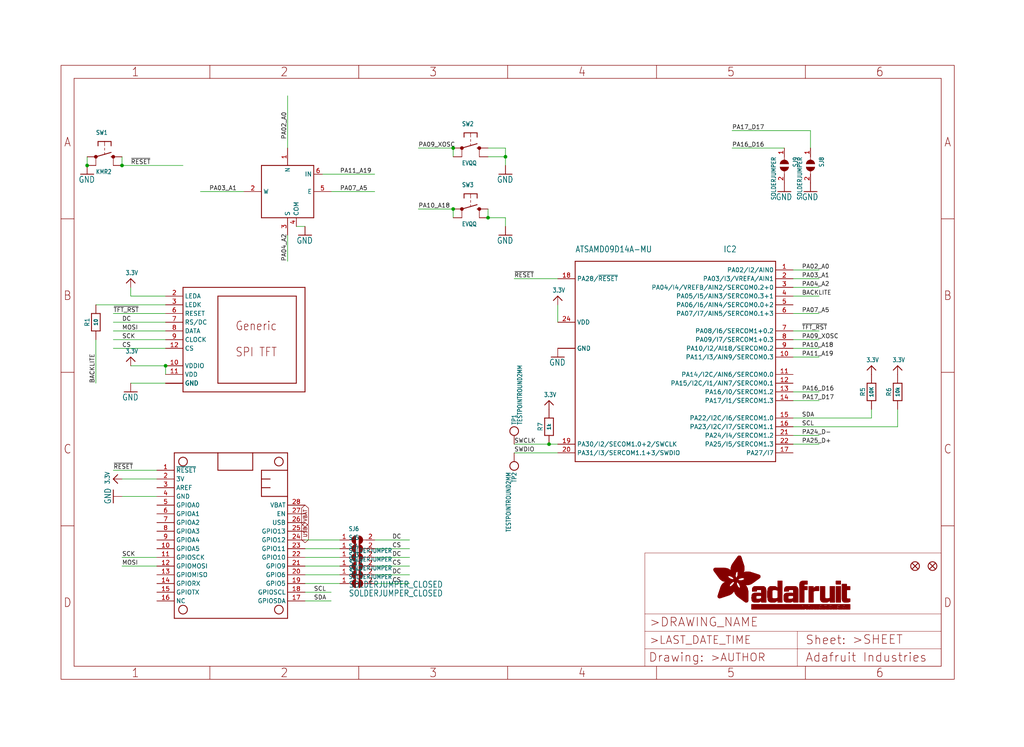
<source format=kicad_sch>
(kicad_sch (version 20211123) (generator eeschema)
  (paper "User" 298.45 217.881)
  (lib_symbols
    (symbol "eagleSchem-eagle-import:3.3V" (power)
      (property "Value" "3.3V" (at -1.524 1.016 0))
      (symbol "3.3V_1_0"
        (pin power_in line (at 0 -2.54 90) (length 2.54) (name "3.3V") (number "1"))
      )
    )
    (symbol "eagleSchem-eagle-import:ATSAMD09D14A-MU"
      (property "Reference" "IC" (at 12.7 33.02 0))
      (property "Value" "ATSAMD09D14A-MU" (at -30.48 33.02 0))
      (symbol "ATSAMD09D14A-MU_1_0"
        (pin bidirectional line (at 33.02 27.94 180) (length 5.08) (name "PA02/I2/AIN0") (number "1"))
        (pin bidirectional line (at 33.02 2.54 180) (length 5.08) (name "PA11/I3/AIN9/SERCOM0.3") (number "10"))
        (pin bidirectional line (at 33.02 -2.54 180) (length 5.08) (name "PA14/I2C/AIN6/SERCOM0.0") (number "11"))
        (pin bidirectional line (at 33.02 -5.08 180) (length 5.08) (name "PA15/I2C/I1/AIN7/SERCOM0.1") (number "12"))
        (pin bidirectional line (at 33.02 -7.62 180) (length 5.08) (name "PA16/I0/SERCOM1.2") (number "13"))
        (pin bidirectional line (at 33.02 -10.16 180) (length 5.08) (name "PA17/I1/SERCOM1.3") (number "14"))
        (pin bidirectional line (at 33.02 -15.24 180) (length 5.08) (name "PA22/I2C/I6/SERCOM1.0") (number "15"))
        (pin bidirectional line (at 33.02 -17.78 180) (length 5.08) (name "PA23/I2C/I7/SERCOM1.1") (number "16"))
        (pin bidirectional line (at 33.02 -25.4 180) (length 5.08) (name "PA27/I7") (number "17"))
        (pin bidirectional line (at -35.56 25.4 0) (length 5.08) (name "PA28/~{RESET}") (number "18"))
        (pin bidirectional line (at -35.56 -22.86 0) (length 5.08) (name "PA30/I2/SECOM1.0+2/SWCLK") (number "19"))
        (pin bidirectional line (at 33.02 25.4 180) (length 5.08) (name "PA03/I3/VREFA/AIN1") (number "2"))
        (pin bidirectional line (at -35.56 -25.4 0) (length 5.08) (name "PA31/I3/SERCOM1.1+3/SWDIO") (number "20"))
        (pin bidirectional line (at 33.02 -20.32 180) (length 5.08) (name "PA24/I4/SERCOM1.2") (number "21"))
        (pin bidirectional line (at 33.02 -22.86 180) (length 5.08) (name "PA25/I5/SERCOM1.3") (number "22"))
        (pin power_in line (at -35.56 5.08 0) (length 5.08) (name "GND") (number "23"))
        (pin power_in line (at -35.56 12.7 0) (length 5.08) (name "VDD") (number "24"))
        (pin bidirectional line (at 33.02 22.86 180) (length 5.08) (name "PA04/I4/VREFB/AIN2/SERCOM0.2+0") (number "3"))
        (pin bidirectional line (at 33.02 20.32 180) (length 5.08) (name "PA05/I5/AIN3/SERCOM0.3+1") (number "4"))
        (pin bidirectional line (at 33.02 17.78 180) (length 5.08) (name "PA06/I6/AIN4/SERCOM0.0+2") (number "5"))
        (pin bidirectional line (at 33.02 15.24 180) (length 5.08) (name "PA07/I7/AIN5/SERCOM0.1+3") (number "6"))
        (pin bidirectional line (at 33.02 10.16 180) (length 5.08) (name "PA08/I6/SERCOM1+0.2") (number "7"))
        (pin bidirectional line (at 33.02 7.62 180) (length 5.08) (name "PA09/I7/SERCOM1+0.3") (number "8"))
        (pin bidirectional line (at 33.02 5.08 180) (length 5.08) (name "PA10/I2/AI18/SERCOM0.2") (number "9"))
        (pin power_in line (at -35.56 5.08 0) (length 5.08) (name "GND") (number "THERM"))
      )
    )
    (symbol "eagleSchem-eagle-import:DISP_LCD_0.9IN_160X80"
      (symbol "DISP_LCD_0.9IN_160X80_1_0"
        (text "Generic" (at -7.62 2.54 0) (effects (font (size 2.54 2.159)) (justify left bottom)))
        (text "SPI TFT" (at -7.62 -5.08 0) (effects (font (size 2.54 2.159)) (justify left bottom)))
        (pin power_in line (at -27.94 -12.7 0) (length 5.08) (name "GND") (number "1"))
        (pin power_in line (at -27.94 -7.62 0) (length 5.08) (name "VDDIO") (number "10"))
        (pin power_in line (at -27.94 -10.16 0) (length 5.08) (name "VDD") (number "11"))
        (pin input line (at -27.94 -2.54 0) (length 5.08) (name "CS") (number "12"))
        (pin power_in line (at -27.94 -12.7 0) (length 5.08) (name "GND") (number "13"))
        (pin input line (at -27.94 12.7 0) (length 5.08) (name "LEDA") (number "2"))
        (pin input line (at -27.94 10.16 0) (length 5.08) (name "LEDK") (number "3"))
        (pin power_in line (at -27.94 -12.7 0) (length 5.08) (name "GND") (number "5"))
        (pin input line (at -27.94 7.62 0) (length 5.08) (name "RESET") (number "6"))
        (pin input line (at -27.94 5.08 0) (length 5.08) (name "RS/DC") (number "7"))
        (pin bidirectional line (at -27.94 2.54 0) (length 5.08) (name "DATA") (number "8"))
        (pin input line (at -27.94 0 0) (length 5.08) (name "CLOCK") (number "9"))
      )
    )
    (symbol "eagleSchem-eagle-import:FEATHERWING"
      (symbol "FEATHERWING_1_0"
        (pin input line (at 5.08 -5.08 90) (length 5.08) (name "~{RESET}") (number "1"))
        (pin bidirectional line (at 27.94 -5.08 90) (length 5.08) (name "GPIOA5") (number "10"))
        (pin bidirectional line (at 30.48 -5.08 90) (length 5.08) (name "GPIOSCK") (number "11"))
        (pin bidirectional line (at 33.02 -5.08 90) (length 5.08) (name "GPIOMOSI") (number "12"))
        (pin bidirectional line (at 35.56 -5.08 90) (length 5.08) (name "GPIOMISO") (number "13"))
        (pin bidirectional line (at 38.1 -5.08 90) (length 5.08) (name "GPIORX") (number "14"))
        (pin bidirectional line (at 40.64 -5.08 90) (length 5.08) (name "GPIOTX") (number "15"))
        (pin passive line (at 43.18 -5.08 90) (length 5.08) (name "NC") (number "16"))
        (pin bidirectional line (at 43.18 38.1 270) (length 5.08) (name "GPIOSDA") (number "17"))
        (pin bidirectional line (at 40.64 38.1 270) (length 5.08) (name "GPIOSCL") (number "18"))
        (pin bidirectional line (at 38.1 38.1 270) (length 5.08) (name "GPIO5") (number "19"))
        (pin power_in line (at 7.62 -5.08 90) (length 5.08) (name "3V") (number "2"))
        (pin bidirectional line (at 35.56 38.1 270) (length 5.08) (name "GPIO6") (number "20"))
        (pin bidirectional line (at 33.02 38.1 270) (length 5.08) (name "GPIO9") (number "21"))
        (pin bidirectional line (at 30.48 38.1 270) (length 5.08) (name "GPIO10") (number "22"))
        (pin bidirectional line (at 27.94 38.1 270) (length 5.08) (name "GPIO11") (number "23"))
        (pin bidirectional line (at 25.4 38.1 270) (length 5.08) (name "GPIO12") (number "24"))
        (pin bidirectional line (at 22.86 38.1 270) (length 5.08) (name "GPIO13") (number "25"))
        (pin power_in line (at 20.32 38.1 270) (length 5.08) (name "USB") (number "26"))
        (pin passive line (at 17.78 38.1 270) (length 5.08) (name "EN") (number "27"))
        (pin power_in line (at 15.24 38.1 270) (length 5.08) (name "VBAT") (number "28"))
        (pin passive line (at 10.16 -5.08 90) (length 5.08) (name "AREF") (number "3"))
        (pin power_in line (at 12.7 -5.08 90) (length 5.08) (name "GND") (number "4"))
        (pin bidirectional line (at 15.24 -5.08 90) (length 5.08) (name "GPIOA0") (number "5"))
        (pin bidirectional line (at 17.78 -5.08 90) (length 5.08) (name "GPIOA1") (number "6"))
        (pin bidirectional line (at 20.32 -5.08 90) (length 5.08) (name "GPIOA2") (number "7"))
        (pin bidirectional line (at 22.86 -5.08 90) (length 5.08) (name "GPIOA3") (number "8"))
        (pin bidirectional line (at 25.4 -5.08 90) (length 5.08) (name "GPIOA4") (number "9"))
      )
    )
    (symbol "eagleSchem-eagle-import:FIDUCIAL_1MM")
    (symbol "eagleSchem-eagle-import:FRAME_A4_ADAFRUIT"
      (symbol "FRAME_A4_ADAFRUIT_1_0"
        (text "1" (at 21.6958 1.905 0) (effects (font (size 2.54 2.286))))
        (text "1" (at 21.6958 177.165 0) (effects (font (size 2.54 2.286))))
        (text "2" (at 65.0875 1.905 0) (effects (font (size 2.54 2.286))))
        (text "2" (at 65.0875 177.165 0) (effects (font (size 2.54 2.286))))
        (text "3" (at 108.4792 1.905 0) (effects (font (size 2.54 2.286))))
        (text "3" (at 108.4792 177.165 0) (effects (font (size 2.54 2.286))))
        (text "4" (at 151.8708 1.905 0) (effects (font (size 2.54 2.286))))
        (text "4" (at 151.8708 177.165 0) (effects (font (size 2.54 2.286))))
        (text "5" (at 195.2625 1.905 0) (effects (font (size 2.54 2.286))))
        (text "5" (at 195.2625 177.165 0) (effects (font (size 2.54 2.286))))
        (text "6" (at 238.6542 1.905 0) (effects (font (size 2.54 2.286))))
        (text "6" (at 238.6542 177.165 0) (effects (font (size 2.54 2.286))))
        (text ">AUTHOR" (at 189.23 5.08 0) (effects (font (size 2.286 2.286)) (justify left bottom)))
        (text ">DRAWING_NAME" (at 171.45 15.24 0) (effects (font (size 2.54 2.54)) (justify left bottom)))
        (text ">LAST_DATE_TIME" (at 171.45 10.16 0) (effects (font (size 2.286 2.286)) (justify left bottom)))
        (text ">SHEET" (at 230.505 10.16 0) (effects (font (size 2.54 2.54)) (justify left bottom)))
        (text "A" (at 1.905 156.6863 0) (effects (font (size 2.54 2.286))))
        (text "A" (at 258.445 156.6863 0) (effects (font (size 2.54 2.286))))
        (text "Adafruit Industries" (at 216.916 4.953 0) (effects (font (size 2.54 2.54)) (justify left bottom)))
        (text "B" (at 1.905 111.9188 0) (effects (font (size 2.54 2.286))))
        (text "B" (at 258.445 111.9188 0) (effects (font (size 2.54 2.286))))
        (text "C" (at 1.905 67.1513 0) (effects (font (size 2.54 2.286))))
        (text "C" (at 258.445 67.1513 0) (effects (font (size 2.54 2.286))))
        (text "D" (at 1.905 22.3838 0) (effects (font (size 2.54 2.286))))
        (text "D" (at 258.445 22.3838 0) (effects (font (size 2.54 2.286))))
        (text "Drawing:" (at 171.196 4.953 0) (effects (font (size 2.54 2.54)) (justify left bottom)))
        (text "Sheet:" (at 216.916 10.033 0) (effects (font (size 2.54 2.54)) (justify left bottom)))
      )
    )
    (symbol "eagleSchem-eagle-import:GND" (power)
      (property "Value" "GND" (at -2.54 -2.54 0))
      (symbol "GND_1_0"
        (pin power_in line (at 0 2.54 270) (length 2.54) (name "GND") (number "1"))
      )
    )
    (symbol "eagleSchem-eagle-import:NAVSWITCHSKQUABAUE010"
      (symbol "NAVSWITCHSKQUABAUE010_1_0"
        (pin bidirectional line (at 0 12.7 270) (length 5.08) (name "N") (number "1"))
        (pin bidirectional line (at -12.7 0 0) (length 5.08) (name "W") (number "2"))
        (pin bidirectional line (at 0 -12.7 90) (length 5.08) (name "S") (number "3"))
        (pin bidirectional line (at 2.54 -10.16 90) (length 2.54) (name "COM") (number "4"))
        (pin bidirectional line (at 12.7 0 180) (length 5.08) (name "E") (number "5"))
        (pin bidirectional line (at 10.16 5.08 180) (length 2.54) (name "IN") (number "6"))
      )
    )
    (symbol "eagleSchem-eagle-import:RESISTOR_0603_NOOUT"
      (property "Reference" "R" (at 0 2.54 0))
      (property "Value" "RESISTOR_0603_NOOUT" (at 0 0 0))
      (symbol "RESISTOR_0603_NOOUT_1_0"
        (pin passive line (at -5.08 0 0) (length 2.54) (name "1") (number "1"))
        (pin passive line (at 5.08 0 180) (length 2.54) (name "2") (number "2"))
      )
    )
    (symbol "eagleSchem-eagle-import:SOLDERJUMPER"
      (property "Reference" "SJ" (at -2.54 2.54 0))
      (property "Value" "SOLDERJUMPER" (at -2.54 -3.81 0))
      (symbol "SOLDERJUMPER_1_0"
        (pin passive line (at -5.08 0 0) (length 2.54) (name "1") (number "1"))
        (pin passive line (at 5.08 0 180) (length 2.54) (name "2") (number "2"))
      )
    )
    (symbol "eagleSchem-eagle-import:SOLDERJUMPER_CLOSED"
      (property "Reference" "SJ" (at -2.54 2.54 0))
      (property "Value" "SOLDERJUMPER_CLOSED" (at -2.54 -3.81 0))
      (symbol "SOLDERJUMPER_CLOSED_1_0"
        (pin passive line (at -5.08 0 0) (length 2.54) (name "1") (number "1"))
        (pin passive line (at 5.08 0 180) (length 2.54) (name "2") (number "2"))
      )
    )
    (symbol "eagleSchem-eagle-import:SWITCH_TACT_SMT4.6X2.8"
      (property "Reference" "SW" (at -2.54 6.35 0))
      (property "Value" "SWITCH_TACT_SMT4.6X2.8" (at -2.54 -5.08 0))
      (symbol "SWITCH_TACT_SMT4.6X2.8_1_0"
        (pin passive line (at -5.08 0 0) (length 2.54) (name "P") (number "A"))
        (pin passive line (at -5.08 -2.54 0) (length 2.54) (name "P1") (number "A'"))
        (pin passive line (at 5.08 0 180) (length 2.54) (name "S") (number "B"))
        (pin passive line (at 5.08 -2.54 180) (length 2.54) (name "S1") (number "B'"))
      )
    )
    (symbol "eagleSchem-eagle-import:SWITCH_TACT_SMT_EVQQ2_SMALL"
      (property "Reference" "SW" (at -2.54 6.35 0))
      (property "Value" "SWITCH_TACT_SMT_EVQQ2_SMALL" (at -2.54 -5.08 0))
      (symbol "SWITCH_TACT_SMT_EVQQ2_SMALL_1_0"
        (pin passive line (at -5.08 0 0) (length 2.54) (name "P") (number "A"))
        (pin passive line (at -5.08 -2.54 0) (length 2.54) (name "P1") (number "A'"))
        (pin passive line (at 5.08 0 180) (length 2.54) (name "S") (number "B"))
        (pin passive line (at 5.08 -2.54 180) (length 2.54) (name "S1") (number "B'"))
      )
    )
    (symbol "eagleSchem-eagle-import:TESTPOINTROUND2MM"
      (property "Reference" "TP" (at 0 5.588 90))
      (property "Value" "TESTPOINTROUND2MM" (at 1.651 5.588 90))
      (symbol "TESTPOINTROUND2MM_1_0"
        (pin bidirectional line (at 0 0 90) (length 2.54) (name "P$1") (number "P$1"))
      )
    )
  )
  (junction (at 132.08 60.96))
  (junction (at 160.02 129.54))
  (junction (at 147.32 45.72))
  (junction (at 142.24 63.5))
  (junction (at 48.26 106.68))
  (junction (at 132.08 43.18))
  (junction (at 25.4 48.26))
  (junction (at 35.56 48.26))
  (wire (pts (xy 25.4 45.72) (xy 25.4 48.26)))
  (wire (pts (xy 132.08 43.18) (xy 132.08 45.72)))
  (wire (pts (xy 238.76 91.44) (xy 231.14 91.44)))
  (wire (pts (xy 83.82 27.94) (xy 83.82 43.18)))
  (wire (pts (xy 99.06 167.64) (xy 88.9 167.64)))
  (wire (pts (xy 238.76 81.28) (xy 231.14 81.28)))
  (wire (pts (xy 88.9 175.26) (xy 96.52 175.26)))
  (wire (pts (xy 38.1 86.36) (xy 38.1 83.82)))
  (wire (pts (xy 213.36 43.18) (xy 228.6 43.18)))
  (wire (pts (xy 231.14 121.92) (xy 254 121.92)))
  (wire (pts (xy 35.56 139.7) (xy 45.72 139.7)))
  (wire (pts (xy 35.56 45.72) (xy 35.56 48.26)))
  (wire (pts (xy 88.9 66.04) (xy 86.36 66.04)))
  (wire (pts (xy 109.22 157.48) (xy 119.38 157.48)))
  (wire (pts (xy 254 119.38) (xy 254 121.92)))
  (wire (pts (xy 38.1 106.68) (xy 48.26 106.68)))
  (wire (pts (xy 147.32 45.72) (xy 147.32 48.26)))
  (wire (pts (xy 147.32 43.18) (xy 147.32 45.72)))
  (wire (pts (xy 261.62 124.46) (xy 261.62 119.38)))
  (wire (pts (xy 238.76 104.14) (xy 231.14 104.14)))
  (wire (pts (xy 99.06 157.48) (xy 88.9 157.48)))
  (wire (pts (xy 88.9 170.18) (xy 99.06 170.18)))
  (wire (pts (xy 162.56 88.9) (xy 162.56 93.98)))
  (wire (pts (xy 121.92 60.96) (xy 132.08 60.96)))
  (wire (pts (xy 238.76 86.36) (xy 231.14 86.36)))
  (wire (pts (xy 119.38 160.02) (xy 109.22 160.02)))
  (wire (pts (xy 38.1 111.76) (xy 48.26 111.76)))
  (wire (pts (xy 147.32 63.5) (xy 147.32 66.04)))
  (wire (pts (xy 231.14 101.6) (xy 238.76 101.6)))
  (wire (pts (xy 142.24 43.18) (xy 147.32 43.18)))
  (wire (pts (xy 236.22 38.1) (xy 236.22 43.18)))
  (wire (pts (xy 96.52 172.72) (xy 88.9 172.72)))
  (wire (pts (xy 162.56 132.08) (xy 149.86 132.08)))
  (wire (pts (xy 142.24 45.72) (xy 147.32 45.72)))
  (wire (pts (xy 83.82 68.58) (xy 83.82 76.2)))
  (wire (pts (xy 142.24 63.5) (xy 147.32 63.5)))
  (wire (pts (xy 35.56 48.26) (xy 53.34 48.26)))
  (wire (pts (xy 99.06 165.1) (xy 88.9 165.1)))
  (wire (pts (xy 48.26 91.44) (xy 33.02 91.44)))
  (wire (pts (xy 96.52 55.88) (xy 109.22 55.88)))
  (wire (pts (xy 119.38 167.64) (xy 109.22 167.64)))
  (wire (pts (xy 33.02 96.52) (xy 48.26 96.52)))
  (wire (pts (xy 48.26 86.36) (xy 38.1 86.36)))
  (wire (pts (xy 109.22 162.56) (xy 119.38 162.56)))
  (wire (pts (xy 132.08 60.96) (xy 132.08 63.5)))
  (wire (pts (xy 45.72 162.56) (xy 35.56 162.56)))
  (wire (pts (xy 109.22 170.18) (xy 119.38 170.18)))
  (wire (pts (xy 99.06 162.56) (xy 88.9 162.56)))
  (wire (pts (xy 238.76 99.06) (xy 231.14 99.06)))
  (wire (pts (xy 231.14 127) (xy 238.76 127)))
  (wire (pts (xy 149.86 129.54) (xy 160.02 129.54)))
  (wire (pts (xy 48.26 93.98) (xy 33.02 93.98)))
  (wire (pts (xy 71.12 55.88) (xy 58.42 55.88)))
  (wire (pts (xy 231.14 78.74) (xy 238.76 78.74)))
  (wire (pts (xy 231.14 96.52) (xy 238.76 96.52)))
  (wire (pts (xy 238.76 129.54) (xy 231.14 129.54)))
  (wire (pts (xy 231.14 114.3) (xy 238.76 114.3)))
  (wire (pts (xy 160.02 129.54) (xy 162.56 129.54)))
  (wire (pts (xy 93.98 50.8) (xy 109.22 50.8)))
  (wire (pts (xy 48.26 99.06) (xy 33.02 99.06)))
  (wire (pts (xy 231.14 83.82) (xy 238.76 83.82)))
  (wire (pts (xy 48.26 88.9) (xy 27.94 88.9)))
  (wire (pts (xy 33.02 137.16) (xy 45.72 137.16)))
  (wire (pts (xy 119.38 165.1) (xy 109.22 165.1)))
  (wire (pts (xy 238.76 116.84) (xy 231.14 116.84)))
  (wire (pts (xy 231.14 124.46) (xy 261.62 124.46)))
  (wire (pts (xy 33.02 101.6) (xy 48.26 101.6)))
  (wire (pts (xy 162.56 81.28) (xy 149.86 81.28)))
  (wire (pts (xy 99.06 160.02) (xy 88.9 160.02)))
  (wire (pts (xy 213.36 38.1) (xy 236.22 38.1)))
  (wire (pts (xy 48.26 109.22) (xy 48.26 106.68)))
  (wire (pts (xy 132.08 43.18) (xy 121.92 43.18)))
  (wire (pts (xy 27.94 99.06) (xy 27.94 111.76)))
  (wire (pts (xy 142.24 60.96) (xy 142.24 63.5)))
  (wire (pts (xy 35.56 165.1) (xy 45.72 165.1)))
  (wire (pts (xy 35.56 144.78) (xy 45.72 144.78)))
  (label "SCL" (at 91.44 172.72 0) (effects (font (size 1.2446 1.2446))))
  (label "SWCLK" (at 149.86 129.54 0) (effects (font (size 1.2446 1.2446))))
  (label "SDA" (at 233.68 121.92 0) (effects (font (size 1.2446 1.2446))))
  (label "MOSI" (at 35.56 96.52 0) (effects (font (size 1.2446 1.2446))))
  (label "PA04_A2" (at 83.82 76.2 90) (effects (font (size 1.2446 1.2446))))
  (label "CS" (at 114.3 160.02 0) (effects (font (size 1.2446 1.2446))))
  (label "CS" (at 114.3 170.18 0) (effects (font (size 1.2446 1.2446))))
  (label "PA02_A0" (at 233.68 78.74 0) (effects (font (size 1.2446 1.2446))))
  (label "PA07_A5" (at 233.68 91.44 0) (effects (font (size 1.2446 1.2446))))
  (label "SWDIO" (at 149.86 132.08 0) (effects (font (size 1.2446 1.2446))))
  (label "PA10_A18" (at 233.68 101.6 0) (effects (font (size 1.2446 1.2446))))
  (label "PA16_D16" (at 233.68 114.3 0) (effects (font (size 1.2446 1.2446))))
  (label "~{RESET}" (at 33.02 137.16 0) (effects (font (size 1.2446 1.2446))))
  (label "PA07_A5" (at 99.06 55.88 0) (effects (font (size 1.2446 1.2446))))
  (label "~{RESET}" (at 149.86 81.28 0) (effects (font (size 1.2446 1.2446))))
  (label "DC" (at 114.3 167.64 0) (effects (font (size 1.2446 1.2446))))
  (label "PA11_A19" (at 99.06 50.8 0) (effects (font (size 1.2446 1.2446))))
  (label "PA16_D16" (at 213.36 43.18 0) (effects (font (size 1.2446 1.2446))))
  (label "MOSI" (at 35.56 165.1 0) (effects (font (size 1.2446 1.2446))))
  (label "PA03_A1" (at 233.68 81.28 0) (effects (font (size 1.2446 1.2446))))
  (label "PA03_A1" (at 60.96 55.88 0) (effects (font (size 1.2446 1.2446))))
  (label "PA02_A0" (at 83.82 40.64 90) (effects (font (size 1.2446 1.2446))))
  (label "SCK" (at 35.56 162.56 0) (effects (font (size 1.2446 1.2446))))
  (label "SCL" (at 233.68 124.46 0) (effects (font (size 1.2446 1.2446))))
  (label "PA17_D17" (at 233.68 116.84 0) (effects (font (size 1.2446 1.2446))))
  (label "~{TFT_RST}" (at 233.68 96.52 0) (effects (font (size 1.2446 1.2446))))
  (label "PA17_D17" (at 213.36 38.1 0) (effects (font (size 1.2446 1.2446))))
  (label "PA24_D-" (at 233.68 127 0) (effects (font (size 1.2446 1.2446))))
  (label "BACKLITE" (at 233.68 86.36 0) (effects (font (size 1.2446 1.2446))))
  (label "~{RESET}" (at 38.1 48.26 0) (effects (font (size 1.2446 1.2446))))
  (label "PA10_A18" (at 121.92 60.96 0) (effects (font (size 1.2446 1.2446))))
  (label "PA09_XOSC" (at 233.68 99.06 0) (effects (font (size 1.2446 1.2446))))
  (label "PA09_XOSC" (at 121.92 43.18 0) (effects (font (size 1.2446 1.2446))))
  (label "PA25_D+" (at 233.68 129.54 0) (effects (font (size 1.2446 1.2446))))
  (label "SDA" (at 91.44 175.26 0) (effects (font (size 1.2446 1.2446))))
  (label "CS" (at 114.3 165.1 0) (effects (font (size 1.2446 1.2446))))
  (label "DC" (at 114.3 162.56 0) (effects (font (size 1.2446 1.2446))))
  (label "DC" (at 35.56 93.98 0) (effects (font (size 1.2446 1.2446))))
  (label "PA04_A2" (at 233.68 83.82 0) (effects (font (size 1.2446 1.2446))))
  (label "PA11_A19" (at 233.68 104.14 0) (effects (font (size 1.2446 1.2446))))
  (label "SCK" (at 35.56 99.06 0) (effects (font (size 1.2446 1.2446))))
  (label "BACKLITE" (at 27.94 111.76 90) (effects (font (size 1.2446 1.2446))))
  (label "DC" (at 114.3 157.48 0) (effects (font (size 1.2446 1.2446))))
  (label "CS" (at 35.56 101.6 0) (effects (font (size 1.2446 1.2446))))
  (label "~{TFT_RST}" (at 33.02 91.44 0) (effects (font (size 1.2446 1.2446))))
  (global_label "USB" (shape bidirectional) (at 88.9 152.4 270) (effects (font (size 1.016 1.016))) (property "Intersheet References" "${INTERSHEET_REFS}" (effects hide)))
  (global_label "VBAT" (shape bidirectional) (at 88.9 147.32 270) (effects (font (size 1.016 1.016))) (property "Intersheet References" "${INTERSHEET_REFS}" (effects hide)))
  (symbol (lib_id "eagleSchem-eagle-import:SOLDERJUMPER_CLOSED") (at 104.14 170.18 0) (unit 1)
    (property "Reference" "SJ1" (at 101.6 167.64 0) (effects (font (size 1.778 1.5113)) (justify left bottom)))
    (property "Value" "SOLDERJUMPER_CLOSED" (at 101.6 173.99 0) (effects (font (size 1.778 1.5113)) (justify left bottom)))
    (property "Footprint" "eagleSchem:SOLDERJUMPER_CLOSEDWIRE" (effects hide))
  )
  (symbol (lib_id "eagleSchem-eagle-import:FIDUCIAL_1MM") (at 266.7 165.1 0) (unit 1)
    (property "Reference" "FID2" (effects hide))
    (property "Value" "FIDUCIAL_1MM" (effects hide))
    (property "Footprint" "eagleSchem:FIDUCIAL_1MM" (effects hide))
  )
  (symbol (lib_id "eagleSchem-eagle-import:SOLDERJUMPER") (at 236.22 48.26 270) (unit 1)
    (property "Reference" "SJ8" (at 238.76 45.72 0) (effects (font (size 1.27 1.0795)) (justify left bottom)))
    (property "Value" "SOLDERJUMPER" (at 232.41 45.72 0) (effects (font (size 1.27 1.0795)) (justify left bottom)))
    (property "Footprint" "eagleSchem:SOLDERJUMPER_ARROW_NOPASTE" (effects hide))
  )
  (symbol (lib_id "eagleSchem-eagle-import:FEATHERWING") (at 50.8 132.08 270) (unit 1)
    (property "Reference" "MS1" (effects hide))
    (property "Value" "FEATHERWING" (effects hide))
    (property "Footprint" "eagleSchem:FEATHERWING" (effects hide))
  )
  (symbol (lib_id "eagleSchem-eagle-import:SOLDERJUMPER") (at 104.14 160.02 0) (unit 1)
    (property "Reference" "SJ5" (at 101.6 157.48 0) (effects (font (size 1.27 1.0795)) (justify left bottom)))
    (property "Value" "SOLDERJUMPER" (at 101.6 163.83 0) (effects (font (size 1.27 1.0795)) (justify left bottom)))
    (property "Footprint" "eagleSchem:SOLDERJUMPER_ARROW_NOPASTE" (effects hide))
  )
  (symbol (lib_id "eagleSchem-eagle-import:TESTPOINTROUND2MM") (at 149.86 132.08 180) (unit 1)
    (property "Reference" "TP2" (at 149.86 137.668 90) (effects (font (size 1.27 1.0795)) (justify left)))
    (property "Value" "TESTPOINTROUND2MM" (at 148.209 137.668 90) (effects (font (size 1.27 1.0795)) (justify left)))
    (property "Footprint" "eagleSchem:TESTPOINT_ROUND_2MM" (effects hide))
  )
  (symbol (lib_id "eagleSchem-eagle-import:GND") (at 33.02 144.78 270) (unit 1)
    (property "Reference" "#U$7" (effects hide))
    (property "Value" "GND" (at 30.48 142.24 0) (effects (font (size 1.778 1.5113)) (justify left bottom)))
    (property "Footprint" "eagleSchem:" (effects hide))
  )
  (symbol (lib_id "eagleSchem-eagle-import:3.3V") (at 261.62 106.68 0) (unit 1)
    (property "Reference" "#U$23" (effects hide))
    (property "Value" "3.3V" (at 260.096 105.664 0) (effects (font (size 1.27 1.0795)) (justify left bottom)))
    (property "Footprint" "eagleSchem:" (effects hide))
  )
  (symbol (lib_id "eagleSchem-eagle-import:FIDUCIAL_1MM") (at 271.78 165.1 0) (unit 1)
    (property "Reference" "FID1" (effects hide))
    (property "Value" "FIDUCIAL_1MM" (effects hide))
    (property "Footprint" "eagleSchem:FIDUCIAL_1MM" (effects hide))
  )
  (symbol (lib_id "eagleSchem-eagle-import:3.3V") (at 33.02 139.7 90) (unit 1)
    (property "Reference" "#U$6" (effects hide))
    (property "Value" "3.3V" (at 32.004 141.224 0) (effects (font (size 1.27 1.0795)) (justify left bottom)))
    (property "Footprint" "eagleSchem:" (effects hide))
  )
  (symbol (lib_id "eagleSchem-eagle-import:GND") (at 162.56 104.14 0) (unit 1)
    (property "Reference" "#GND3" (effects hide))
    (property "Value" "GND" (at 160.02 106.68 0) (effects (font (size 1.778 1.5113)) (justify left bottom)))
    (property "Footprint" "eagleSchem:" (effects hide))
  )
  (symbol (lib_id "eagleSchem-eagle-import:GND") (at 147.32 68.58 0) (unit 1)
    (property "Reference" "#U$3" (effects hide))
    (property "Value" "GND" (at 144.78 71.12 0) (effects (font (size 1.778 1.5113)) (justify left bottom)))
    (property "Footprint" "eagleSchem:" (effects hide))
  )
  (symbol (lib_id "eagleSchem-eagle-import:3.3V") (at 160.02 116.84 0) (unit 1)
    (property "Reference" "#U$21" (effects hide))
    (property "Value" "3.3V" (at 158.496 115.824 0) (effects (font (size 1.27 1.0795)) (justify left bottom)))
    (property "Footprint" "eagleSchem:" (effects hide))
  )
  (symbol (lib_id "eagleSchem-eagle-import:3.3V") (at 38.1 104.14 0) (unit 1)
    (property "Reference" "#U$13" (effects hide))
    (property "Value" "3.3V" (at 36.576 103.124 0) (effects (font (size 1.27 1.0795)) (justify left bottom)))
    (property "Footprint" "eagleSchem:" (effects hide))
  )
  (symbol (lib_id "eagleSchem-eagle-import:GND") (at 88.9 68.58 0) (unit 1)
    (property "Reference" "#U$11" (effects hide))
    (property "Value" "GND" (at 86.36 71.12 0) (effects (font (size 1.778 1.5113)) (justify left bottom)))
    (property "Footprint" "eagleSchem:" (effects hide))
  )
  (symbol (lib_id "eagleSchem-eagle-import:GND") (at 38.1 114.3 0) (unit 1)
    (property "Reference" "#U$5" (effects hide))
    (property "Value" "GND" (at 35.56 116.84 0) (effects (font (size 1.778 1.5113)) (justify left bottom)))
    (property "Footprint" "eagleSchem:" (effects hide))
  )
  (symbol (lib_id "eagleSchem-eagle-import:TESTPOINTROUND2MM") (at 149.86 129.54 0) (unit 1)
    (property "Reference" "TP1" (at 149.86 123.952 90) (effects (font (size 1.27 1.0795)) (justify left)))
    (property "Value" "TESTPOINTROUND2MM" (at 151.511 123.952 90) (effects (font (size 1.27 1.0795)) (justify left)))
    (property "Footprint" "eagleSchem:TESTPOINT_ROUND_2MM" (effects hide))
  )
  (symbol (lib_id "eagleSchem-eagle-import:SWITCH_TACT_SMT_EVQQ2_SMALL") (at 137.16 60.96 0) (unit 1)
    (property "Reference" "SW3" (at 134.62 54.61 0) (effects (font (size 1.27 1.0795)) (justify left bottom)))
    (property "Value" "EVQQ" (at 134.62 66.04 0) (effects (font (size 1.27 1.0795)) (justify left bottom)))
    (property "Footprint" "eagleSchem:EVQ-Q2_SMALLER" (effects hide))
  )
  (symbol (lib_id "eagleSchem-eagle-import:RESISTOR_0603_NOOUT") (at 160.02 124.46 90) (unit 1)
    (property "Reference" "R7" (at 157.48 124.46 0))
    (property "Value" "1k" (at 160.02 124.46 0) (effects (font (size 1.016 1.016) bold)))
    (property "Footprint" "eagleSchem:0603-NO" (effects hide))
  )
  (symbol (lib_id "eagleSchem-eagle-import:ATSAMD09D14A-MU") (at 198.12 106.68 0) (unit 1)
    (property "Reference" "IC2" (at 210.82 73.66 0) (effects (font (size 1.778 1.5113)) (justify left bottom)))
    (property "Value" "ATSAMD09D14A-MU" (at 167.64 73.66 0) (effects (font (size 1.778 1.5113)) (justify left bottom)))
    (property "Footprint" "eagleSchem:QFN24_4MM" (effects hide))
  )
  (symbol (lib_id "eagleSchem-eagle-import:SOLDERJUMPER") (at 228.6 48.26 270) (unit 1)
    (property "Reference" "SJ9" (at 231.14 45.72 0) (effects (font (size 1.27 1.0795)) (justify left bottom)))
    (property "Value" "SOLDERJUMPER" (at 224.79 45.72 0) (effects (font (size 1.27 1.0795)) (justify left bottom)))
    (property "Footprint" "eagleSchem:SOLDERJUMPER_ARROW_NOPASTE" (effects hide))
  )
  (symbol (lib_id "eagleSchem-eagle-import:DISP_LCD_0.9IN_160X80") (at 76.2 99.06 0) (unit 1)
    (property "Reference" "U$2" (effects hide))
    (property "Value" "DISP_LCD_0.9IN_160X80" (effects hide))
    (property "Footprint" "eagleSchem:TFT_0.96IN_160X80" (effects hide))
  )
  (symbol (lib_id "eagleSchem-eagle-import:SOLDERJUMPER") (at 104.14 165.1 0) (unit 1)
    (property "Reference" "SJ3" (at 101.6 162.56 0) (effects (font (size 1.27 1.0795)) (justify left bottom)))
    (property "Value" "SOLDERJUMPER" (at 101.6 168.91 0) (effects (font (size 1.27 1.0795)) (justify left bottom)))
    (property "Footprint" "eagleSchem:SOLDERJUMPER_ARROW_NOPASTE" (effects hide))
  )
  (symbol (lib_id "eagleSchem-eagle-import:RESISTOR_0603_NOOUT") (at 261.62 114.3 90) (unit 1)
    (property "Reference" "R6" (at 259.08 114.3 0))
    (property "Value" "10k" (at 261.62 114.3 0) (effects (font (size 1.016 1.016) bold)))
    (property "Footprint" "eagleSchem:0603-NO" (effects hide))
  )
  (symbol (lib_id "eagleSchem-eagle-import:GND") (at 228.6 55.88 0) (unit 1)
    (property "Reference" "#GND5" (effects hide))
    (property "Value" "GND" (at 226.06 58.42 0) (effects (font (size 1.778 1.5113)) (justify left bottom)))
    (property "Footprint" "eagleSchem:" (effects hide))
  )
  (symbol (lib_id "eagleSchem-eagle-import:RESISTOR_0603_NOOUT") (at 254 114.3 90) (unit 1)
    (property "Reference" "R5" (at 251.46 114.3 0))
    (property "Value" "10K" (at 254 114.3 0) (effects (font (size 1.016 1.016) bold)))
    (property "Footprint" "eagleSchem:0603-NO" (effects hide))
  )
  (symbol (lib_id "eagleSchem-eagle-import:SOLDERJUMPER_CLOSED") (at 104.14 167.64 0) (unit 1)
    (property "Reference" "SJ2" (at 101.6 165.1 0) (effects (font (size 1.778 1.5113)) (justify left bottom)))
    (property "Value" "SOLDERJUMPER_CLOSED" (at 101.6 171.45 0) (effects (font (size 1.778 1.5113)) (justify left bottom)))
    (property "Footprint" "eagleSchem:SOLDERJUMPER_CLOSEDWIRE" (effects hide))
  )
  (symbol (lib_id "eagleSchem-eagle-import:GND") (at 236.22 55.88 0) (unit 1)
    (property "Reference" "#GND6" (effects hide))
    (property "Value" "GND" (at 233.68 58.42 0) (effects (font (size 1.778 1.5113)) (justify left bottom)))
    (property "Footprint" "eagleSchem:" (effects hide))
  )
  (symbol (lib_id "eagleSchem-eagle-import:RESISTOR_0603_NOOUT") (at 27.94 93.98 90) (unit 1)
    (property "Reference" "R1" (at 25.4 93.98 0))
    (property "Value" "10" (at 27.94 93.98 0) (effects (font (size 1.016 1.016) bold)))
    (property "Footprint" "eagleSchem:0603-NO" (effects hide))
  )
  (symbol (lib_id "eagleSchem-eagle-import:NAVSWITCHSKQUABAUE010") (at 83.82 55.88 0) (unit 1)
    (property "Reference" "SW4" (effects hide))
    (property "Value" "NAVSWITCHSKQUABAUE010" (effects hide))
    (property "Footprint" "eagleSchem:SKQUBAE010" (effects hide))
  )
  (symbol (lib_id "eagleSchem-eagle-import:3.3V") (at 38.1 81.28 0) (unit 1)
    (property "Reference" "#U$15" (effects hide))
    (property "Value" "3.3V" (at 36.576 80.264 0) (effects (font (size 1.27 1.0795)) (justify left bottom)))
    (property "Footprint" "eagleSchem:" (effects hide))
  )
  (symbol (lib_id "eagleSchem-eagle-import:SOLDERJUMPER") (at 104.14 157.48 0) (unit 1)
    (property "Reference" "SJ6" (at 101.6 154.94 0) (effects (font (size 1.27 1.0795)) (justify left bottom)))
    (property "Value" "SOLDERJUMPER" (at 101.6 161.29 0) (effects (font (size 1.27 1.0795)) (justify left bottom)))
    (property "Footprint" "eagleSchem:SOLDERJUMPER_ARROW_NOPASTE" (effects hide))
  )
  (symbol (lib_id "eagleSchem-eagle-import:GND") (at 25.4 50.8 0) (unit 1)
    (property "Reference" "#U$9" (effects hide))
    (property "Value" "GND" (at 22.86 53.34 0) (effects (font (size 1.778 1.5113)) (justify left bottom)))
    (property "Footprint" "eagleSchem:" (effects hide))
  )
  (symbol (lib_id "eagleSchem-eagle-import:GND") (at 147.32 50.8 0) (unit 1)
    (property "Reference" "#U$10" (effects hide))
    (property "Value" "GND" (at 144.78 53.34 0) (effects (font (size 1.778 1.5113)) (justify left bottom)))
    (property "Footprint" "eagleSchem:" (effects hide))
  )
  (symbol (lib_id "eagleSchem-eagle-import:3.3V") (at 162.56 86.36 0) (unit 1)
    (property "Reference" "#U$20" (effects hide))
    (property "Value" "3.3V" (at 161.036 85.344 0) (effects (font (size 1.27 1.0795)) (justify left bottom)))
    (property "Footprint" "eagleSchem:" (effects hide))
  )
  (symbol (lib_id "eagleSchem-eagle-import:FRAME_A4_ADAFRUIT") (at 17.78 198.12 0) (unit 1)
    (property "Reference" "#U$1" (effects hide))
    (property "Value" "FRAME_A4_ADAFRUIT" (effects hide))
    (property "Footprint" "eagleSchem:" (effects hide))
  )
  (symbol (lib_id "eagleSchem-eagle-import:SOLDERJUMPER") (at 104.14 162.56 0) (unit 1)
    (property "Reference" "SJ4" (at 101.6 160.02 0) (effects (font (size 1.27 1.0795)) (justify left bottom)))
    (property "Value" "SOLDERJUMPER" (at 101.6 166.37 0) (effects (font (size 1.27 1.0795)) (justify left bottom)))
    (property "Footprint" "eagleSchem:SOLDERJUMPER_ARROW_NOPASTE" (effects hide))
  )
  (symbol (lib_id "eagleSchem-eagle-import:SWITCH_TACT_SMT4.6X2.8") (at 30.48 45.72 0) (unit 1)
    (property "Reference" "SW1" (at 27.94 39.37 0) (effects (font (size 1.27 1.0795)) (justify left bottom)))
    (property "Value" "KMR2" (at 27.94 50.8 0) (effects (font (size 1.27 1.0795)) (justify left bottom)))
    (property "Footprint" "eagleSchem:BTN_KMR2_4.6X2.8" (effects hide))
  )
  (symbol (lib_id "eagleSchem-eagle-import:3.3V") (at 254 106.68 0) (unit 1)
    (property "Reference" "#U$22" (effects hide))
    (property "Value" "3.3V" (at 252.476 105.664 0) (effects (font (size 1.27 1.0795)) (justify left bottom)))
    (property "Footprint" "eagleSchem:" (effects hide))
  )
  (symbol (lib_id "eagleSchem-eagle-import:SWITCH_TACT_SMT_EVQQ2_SMALL") (at 137.16 43.18 0) (unit 1)
    (property "Reference" "SW2" (at 134.62 36.83 0) (effects (font (size 1.27 1.0795)) (justify left bottom)))
    (property "Value" "EVQQ" (at 134.62 48.26 0) (effects (font (size 1.27 1.0795)) (justify left bottom)))
    (property "Footprint" "eagleSchem:EVQ-Q2_SMALLER" (effects hide))
  )
)
</source>
